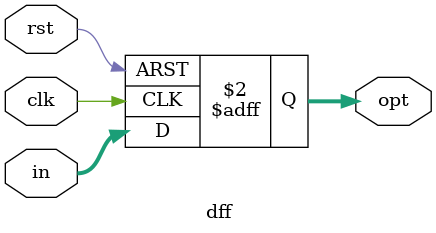
<source format=v>
`timescale 1ns / 1ps
module dff(input clk, input rst, input[3:0] in, output reg[3:0] opt);
always@(posedge clk or posedge rst)
    begin
        if(rst)
            opt <= 4'd0;
        else
            opt <= in;
    end
endmodule

</source>
